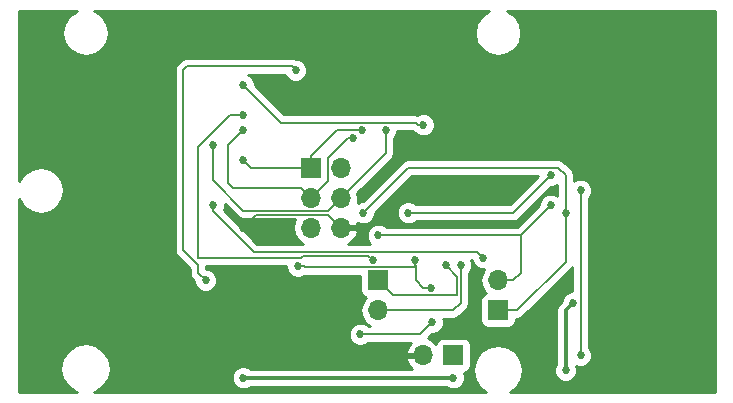
<source format=gbr>
G04 #@! TF.GenerationSoftware,KiCad,Pcbnew,(5.1.0)-1*
G04 #@! TF.CreationDate,2019-05-24T17:14:50-04:00*
G04 #@! TF.ProjectId,PicoTracker1Rev2,5069636f-5472-4616-936b-657231526576,rev?*
G04 #@! TF.SameCoordinates,Original*
G04 #@! TF.FileFunction,Copper,L2,Bot*
G04 #@! TF.FilePolarity,Positive*
%FSLAX46Y46*%
G04 Gerber Fmt 4.6, Leading zero omitted, Abs format (unit mm)*
G04 Created by KiCad (PCBNEW (5.1.0)-1) date 2019-05-24 17:14:50*
%MOMM*%
%LPD*%
G04 APERTURE LIST*
%ADD10R,1.700000X1.700000*%
%ADD11O,1.700000X1.700000*%
%ADD12C,0.685800*%
%ADD13C,0.300000*%
%ADD14C,0.152400*%
%ADD15C,0.254000*%
G04 APERTURE END LIST*
D10*
X209550000Y-194310000D03*
D11*
X207010000Y-194310000D03*
D10*
X213360000Y-190500000D03*
D11*
X213360000Y-187960000D03*
D10*
X197485000Y-178435000D03*
D11*
X200025000Y-178435000D03*
X197485000Y-180975000D03*
X200025000Y-180975000D03*
X197485000Y-183515000D03*
X200025000Y-183515000D03*
D10*
X203200000Y-187960000D03*
D11*
X203200000Y-190500000D03*
D12*
X191770000Y-196215000D03*
X209550000Y-196215000D03*
X219710000Y-189865000D03*
X219075000Y-195580000D03*
X188595000Y-187960000D03*
X196215000Y-170180000D03*
X201930000Y-194310000D03*
X199390000Y-193675000D03*
X191770000Y-183515000D03*
X201676000Y-192532000D03*
X207772000Y-191516000D03*
X205740000Y-182245000D03*
X217805000Y-179070000D03*
X220345000Y-180340000D03*
X220345000Y-194310000D03*
X201843381Y-175196510D03*
X191770000Y-177800000D03*
X201106775Y-175909987D03*
X191770000Y-175260000D03*
X212090000Y-186055000D03*
X189230000Y-181610000D03*
X202795880Y-186283611D03*
X191770000Y-173990000D03*
X203835000Y-175260000D03*
X189230000Y-176530000D03*
X207022631Y-174794688D03*
X191770000Y-171450000D03*
X219075000Y-182245006D03*
X201940310Y-182245000D03*
X203200000Y-184150000D03*
X217805000Y-181610000D03*
X196412196Y-186760196D03*
X206296494Y-186283611D03*
X207645000Y-188595000D03*
X208915000Y-186690000D03*
X210185000Y-186690000D03*
D13*
X191770000Y-196215000D02*
X209550000Y-196215000D01*
X219075000Y-195580000D02*
X219075000Y-190500000D01*
X219075000Y-190500000D02*
X219710000Y-189865000D01*
D14*
X196215000Y-170180000D02*
X195872101Y-169837101D01*
X195872101Y-169837101D02*
X187032899Y-169837101D01*
X187032899Y-169837101D02*
X186690000Y-170180000D01*
X186690000Y-170180000D02*
X186690000Y-185420000D01*
X186690000Y-185420000D02*
X187960000Y-186690000D01*
X187960000Y-186690000D02*
X187960000Y-187325000D01*
X187960000Y-187325000D02*
X188595000Y-187960000D01*
D13*
X199390000Y-193675000D02*
X201295000Y-193675000D01*
X201295000Y-193675000D02*
X201930000Y-194310000D01*
D14*
X200025000Y-183515000D02*
X198946399Y-182436399D01*
X198946399Y-182436399D02*
X192848601Y-182436399D01*
X192848601Y-182436399D02*
X191770000Y-183515000D01*
X207772000Y-191516000D02*
X206756000Y-192532000D01*
X206756000Y-192532000D02*
X201676000Y-192532000D01*
X217805000Y-179070000D02*
X214630000Y-182245000D01*
X214630000Y-182245000D02*
X205740000Y-182245000D01*
X220345000Y-194310000D02*
X220345000Y-180340000D01*
X199721090Y-175196510D02*
X201843381Y-175196510D01*
X197485000Y-177432600D02*
X199721090Y-175196510D01*
X197485000Y-178435000D02*
X197485000Y-177432600D01*
X197485000Y-178435000D02*
X192405000Y-178435000D01*
X192405000Y-178435000D02*
X191770000Y-177800000D01*
X200621842Y-175909987D02*
X201106775Y-175909987D01*
X198946399Y-179513601D02*
X198946399Y-177585430D01*
X197485000Y-180975000D02*
X198946399Y-179513601D01*
X198946399Y-177585430D02*
X200621842Y-175909987D01*
X190500000Y-176530000D02*
X191770000Y-175260000D01*
X196635001Y-180125001D02*
X190920001Y-180125001D01*
X190920001Y-180125001D02*
X190500000Y-179705000D01*
X190500000Y-179705000D02*
X190500000Y-176530000D01*
X197485000Y-180975000D02*
X196635001Y-180125001D01*
X189230000Y-181610000D02*
X189230000Y-182094933D01*
X211594687Y-185559687D02*
X212090000Y-186055000D01*
X189230000Y-182094933D02*
X192694754Y-185559687D01*
X192694754Y-185559687D02*
X211594687Y-185559687D01*
X190650067Y-173990000D02*
X187960000Y-176680067D01*
X196639176Y-186055000D02*
X196829678Y-185864498D01*
X187960000Y-176680067D02*
X187960000Y-186055000D01*
X187960000Y-186055000D02*
X196639176Y-186055000D01*
X191770000Y-173990000D02*
X190650067Y-173990000D01*
X196829678Y-185864498D02*
X202376767Y-185864498D01*
X202376767Y-185864498D02*
X202795880Y-186283611D01*
X203835000Y-177165000D02*
X203835000Y-175260000D01*
X200025000Y-180975000D02*
X203835000Y-177165000D01*
X198946399Y-182053601D02*
X191789425Y-182053601D01*
X200025000Y-180975000D02*
X198946399Y-182053601D01*
X191789425Y-182053601D02*
X189230000Y-179494176D01*
X189230000Y-179494176D02*
X189230000Y-176530000D01*
X206368010Y-174625000D02*
X206537698Y-174794688D01*
X194945000Y-174625000D02*
X206368010Y-174625000D01*
X191770000Y-171450000D02*
X194945000Y-174625000D01*
X206537698Y-174794688D02*
X207022631Y-174794688D01*
X213360000Y-190500000D02*
X214956330Y-190500000D01*
X214956330Y-190500000D02*
X219075000Y-186381330D01*
X219075000Y-186381330D02*
X219075000Y-182245006D01*
X201940310Y-182245000D02*
X205750310Y-178435000D01*
X205750310Y-178435000D02*
X218440000Y-178435000D01*
X218440000Y-178435000D02*
X219075000Y-179070000D01*
X219075000Y-179070000D02*
X219075000Y-182245006D01*
X215265000Y-184150000D02*
X215265000Y-187325000D01*
X215265000Y-187325000D02*
X214630000Y-187960000D01*
X214630000Y-187960000D02*
X213360000Y-187960000D01*
X215265000Y-184150000D02*
X203200000Y-184150000D01*
X217805000Y-181610000D02*
X215265000Y-184150000D01*
X206375000Y-186690000D02*
X206209887Y-186855113D01*
X206209887Y-186855113D02*
X196992046Y-186855113D01*
X196992046Y-186855113D02*
X196897129Y-186760196D01*
X196897129Y-186760196D02*
X196412196Y-186760196D01*
X206354403Y-186690000D02*
X206296494Y-186632091D01*
X206375000Y-186690000D02*
X206354403Y-186690000D01*
X206296494Y-186632091D02*
X206296494Y-186283611D01*
X206375000Y-187960000D02*
X207010000Y-188595000D01*
X207010000Y-188595000D02*
X207645000Y-188595000D01*
X206375000Y-186690000D02*
X206375000Y-187960000D01*
X209880189Y-187655189D02*
X208915000Y-186690000D01*
X209880189Y-189230000D02*
X209880189Y-187655189D01*
X204470000Y-189230000D02*
X209880189Y-189230000D01*
X203200000Y-187960000D02*
X204470000Y-189230000D01*
X210185000Y-186690000D02*
X210185000Y-189865000D01*
X210185000Y-189865000D02*
X209550000Y-190500000D01*
X209550000Y-190500000D02*
X203200000Y-190500000D01*
D15*
G36*
X177677287Y-165175719D02*
G01*
X177034929Y-165604929D01*
X176605719Y-166247287D01*
X176455000Y-167005000D01*
X176605719Y-167762713D01*
X177034929Y-168405071D01*
X177677287Y-168834281D01*
X178435000Y-168985000D01*
X179192713Y-168834281D01*
X179835071Y-168405071D01*
X180264281Y-167762713D01*
X180415000Y-167005000D01*
X180264281Y-166247287D01*
X179835071Y-165604929D01*
X179192713Y-165175719D01*
X179189098Y-165175000D01*
X212605902Y-165175000D01*
X212602287Y-165175719D01*
X211959929Y-165604929D01*
X211530719Y-166247287D01*
X211380000Y-167005000D01*
X211530719Y-167762713D01*
X211959929Y-168405071D01*
X212602287Y-168834281D01*
X213360000Y-168985000D01*
X214117713Y-168834281D01*
X214760071Y-168405071D01*
X215189281Y-167762713D01*
X215340000Y-167005000D01*
X215189281Y-166247287D01*
X214760071Y-165604929D01*
X214117713Y-165175719D01*
X214114098Y-165175000D01*
X231700000Y-165175000D01*
X231700000Y-197410000D01*
X214381272Y-197410000D01*
X214866069Y-197086069D01*
X215327774Y-196395079D01*
X215489903Y-195580000D01*
X215327774Y-194764921D01*
X214866069Y-194073931D01*
X214175079Y-193612226D01*
X213360000Y-193450097D01*
X212544921Y-193612226D01*
X211853931Y-194073931D01*
X211392226Y-194764921D01*
X211230097Y-195580000D01*
X211392226Y-196395079D01*
X211853931Y-197086069D01*
X212338728Y-197410000D01*
X179189102Y-197410000D01*
X179250079Y-197397871D01*
X179941069Y-196936166D01*
X180402774Y-196245176D01*
X180564903Y-195430097D01*
X180402774Y-194615018D01*
X179941069Y-193924028D01*
X179250079Y-193462323D01*
X178435000Y-193300194D01*
X177619921Y-193462323D01*
X176928931Y-193924028D01*
X176467226Y-194615018D01*
X176305097Y-195430097D01*
X176467226Y-196245176D01*
X176928931Y-196936166D01*
X177619921Y-197397871D01*
X177680898Y-197410000D01*
X172795000Y-197410000D01*
X172795000Y-181094098D01*
X172795719Y-181097713D01*
X173224929Y-181740071D01*
X173867287Y-182169281D01*
X174625000Y-182320000D01*
X175382713Y-182169281D01*
X176025071Y-181740071D01*
X176454281Y-181097713D01*
X176605000Y-180340000D01*
X176454281Y-179582287D01*
X176025071Y-178939929D01*
X175382713Y-178510719D01*
X174625000Y-178360000D01*
X173867287Y-178510719D01*
X173224929Y-178939929D01*
X172795719Y-179582287D01*
X172795000Y-179585902D01*
X172795000Y-170180000D01*
X185978800Y-170180000D01*
X185978800Y-185420000D01*
X186032937Y-185692165D01*
X186187106Y-185922894D01*
X187248800Y-186984589D01*
X187248800Y-187325000D01*
X187302937Y-187597165D01*
X187457106Y-187827894D01*
X187617075Y-187987864D01*
X187616931Y-188153663D01*
X187765493Y-188513212D01*
X188040341Y-188788540D01*
X188399630Y-188937730D01*
X188788663Y-188938069D01*
X189148212Y-188789507D01*
X189423540Y-188514659D01*
X189572730Y-188155370D01*
X189573069Y-187766337D01*
X189424507Y-187406788D01*
X189149659Y-187131460D01*
X188790370Y-186982270D01*
X188671200Y-186982166D01*
X188671200Y-186766200D01*
X195434291Y-186766200D01*
X195434127Y-186953859D01*
X195582689Y-187313408D01*
X195857537Y-187588736D01*
X196216826Y-187737926D01*
X196605859Y-187738265D01*
X196965408Y-187589703D01*
X196989372Y-187565781D01*
X196992046Y-187566313D01*
X201702560Y-187566313D01*
X201702560Y-188810000D01*
X201746838Y-189045317D01*
X201885910Y-189261441D01*
X202098110Y-189406431D01*
X202165541Y-189420086D01*
X202120853Y-189449946D01*
X201798946Y-189931715D01*
X201685907Y-190500000D01*
X201798946Y-191068285D01*
X202120853Y-191550054D01*
X202526054Y-191820800D01*
X202347794Y-191820800D01*
X202230659Y-191703460D01*
X201871370Y-191554270D01*
X201482337Y-191553931D01*
X201122788Y-191702493D01*
X200847460Y-191977341D01*
X200698270Y-192336630D01*
X200697931Y-192725663D01*
X200846493Y-193085212D01*
X201121341Y-193360540D01*
X201480630Y-193509730D01*
X201869663Y-193510069D01*
X202229212Y-193361507D01*
X202347726Y-193243200D01*
X206018301Y-193243200D01*
X205814817Y-193428642D01*
X205568514Y-193953108D01*
X205689181Y-194183000D01*
X206883000Y-194183000D01*
X206883000Y-194163000D01*
X207137000Y-194163000D01*
X207137000Y-194183000D01*
X207157000Y-194183000D01*
X207157000Y-194437000D01*
X207137000Y-194437000D01*
X207137000Y-194457000D01*
X206883000Y-194457000D01*
X206883000Y-194437000D01*
X205689181Y-194437000D01*
X205568514Y-194666892D01*
X205814817Y-195191358D01*
X206076677Y-195430000D01*
X192368123Y-195430000D01*
X192324659Y-195386460D01*
X191965370Y-195237270D01*
X191576337Y-195236931D01*
X191216788Y-195385493D01*
X190941460Y-195660341D01*
X190792270Y-196019630D01*
X190791931Y-196408663D01*
X190940493Y-196768212D01*
X191215341Y-197043540D01*
X191574630Y-197192730D01*
X191963663Y-197193069D01*
X192323212Y-197044507D01*
X192367797Y-197000000D01*
X208951877Y-197000000D01*
X208995341Y-197043540D01*
X209354630Y-197192730D01*
X209743663Y-197193069D01*
X210103212Y-197044507D01*
X210378540Y-196769659D01*
X210527730Y-196410370D01*
X210528069Y-196021337D01*
X210436826Y-195800511D01*
X210635317Y-195763162D01*
X210851441Y-195624090D01*
X210996431Y-195411890D01*
X211047440Y-195160000D01*
X211047440Y-193460000D01*
X211003162Y-193224683D01*
X210864090Y-193008559D01*
X210651890Y-192863569D01*
X210400000Y-192812560D01*
X208700000Y-192812560D01*
X208464683Y-192856838D01*
X208248559Y-192995910D01*
X208103569Y-193208110D01*
X208081699Y-193316107D01*
X207776924Y-193038355D01*
X207408167Y-192885621D01*
X207799863Y-192493925D01*
X207965663Y-192494069D01*
X208325212Y-192345507D01*
X208600540Y-192070659D01*
X208749730Y-191711370D01*
X208750069Y-191322337D01*
X208704148Y-191211200D01*
X209550000Y-191211200D01*
X209822165Y-191157063D01*
X210052894Y-191002894D01*
X210687895Y-190367894D01*
X210842063Y-190137164D01*
X210896200Y-189865000D01*
X210896200Y-187361794D01*
X211013540Y-187244659D01*
X211162730Y-186885370D01*
X211163069Y-186496337D01*
X211069915Y-186270887D01*
X211121114Y-186270887D01*
X211260493Y-186608212D01*
X211535341Y-186883540D01*
X211894630Y-187032730D01*
X212198635Y-187032995D01*
X211958946Y-187391715D01*
X211845907Y-187960000D01*
X211958946Y-188528285D01*
X212280853Y-189010054D01*
X212322452Y-189037850D01*
X212274683Y-189046838D01*
X212058559Y-189185910D01*
X211913569Y-189398110D01*
X211862560Y-189650000D01*
X211862560Y-191350000D01*
X211906838Y-191585317D01*
X212045910Y-191801441D01*
X212258110Y-191946431D01*
X212510000Y-191997440D01*
X214210000Y-191997440D01*
X214445317Y-191953162D01*
X214661441Y-191814090D01*
X214806431Y-191601890D01*
X214857440Y-191350000D01*
X214857440Y-191211200D01*
X214956330Y-191211200D01*
X215228495Y-191157063D01*
X215459224Y-191002894D01*
X219577894Y-186884224D01*
X219633800Y-186800555D01*
X219633800Y-188887033D01*
X219516337Y-188886931D01*
X219156788Y-189035493D01*
X218881460Y-189310341D01*
X218732270Y-189669630D01*
X218732215Y-189732627D01*
X218519921Y-189944921D01*
X218349755Y-190199593D01*
X218349755Y-190199594D01*
X218290000Y-190500000D01*
X218290000Y-194981877D01*
X218246460Y-195025341D01*
X218097270Y-195384630D01*
X218096931Y-195773663D01*
X218245493Y-196133212D01*
X218520341Y-196408540D01*
X218879630Y-196557730D01*
X219268663Y-196558069D01*
X219628212Y-196409507D01*
X219903540Y-196134659D01*
X220052730Y-195775370D01*
X220053069Y-195386337D01*
X219983889Y-195218908D01*
X220149630Y-195287730D01*
X220538663Y-195288069D01*
X220898212Y-195139507D01*
X221173540Y-194864659D01*
X221322730Y-194505370D01*
X221323069Y-194116337D01*
X221174507Y-193756788D01*
X221056200Y-193638274D01*
X221056200Y-181011794D01*
X221173540Y-180894659D01*
X221322730Y-180535370D01*
X221323069Y-180146337D01*
X221174507Y-179786788D01*
X220899659Y-179511460D01*
X220540370Y-179362270D01*
X220151337Y-179361931D01*
X219791788Y-179510493D01*
X219786200Y-179516071D01*
X219786200Y-179070000D01*
X219732063Y-178797836D01*
X219671478Y-178707164D01*
X219577895Y-178567106D01*
X218942894Y-177932106D01*
X218712165Y-177777937D01*
X218440000Y-177723800D01*
X205750310Y-177723800D01*
X205478146Y-177777937D01*
X205247416Y-177932105D01*
X201912446Y-181267075D01*
X201746647Y-181266931D01*
X201457238Y-181386512D01*
X201539093Y-180975000D01*
X201454760Y-180551028D01*
X204337895Y-177667894D01*
X204492063Y-177437164D01*
X204546200Y-177165000D01*
X204546200Y-175931794D01*
X204663540Y-175814659D01*
X204812730Y-175455370D01*
X204812834Y-175336200D01*
X206092600Y-175336200D01*
X206265533Y-175451751D01*
X206304539Y-175459510D01*
X206467972Y-175623228D01*
X206827261Y-175772418D01*
X207216294Y-175772757D01*
X207575843Y-175624195D01*
X207851171Y-175349347D01*
X208000361Y-174990058D01*
X208000700Y-174601025D01*
X207852138Y-174241476D01*
X207577290Y-173966148D01*
X207218001Y-173816958D01*
X206828968Y-173816619D01*
X206520406Y-173944114D01*
X206368010Y-173913800D01*
X195239588Y-173913800D01*
X192747925Y-171422137D01*
X192748069Y-171256337D01*
X192599507Y-170896788D01*
X192324659Y-170621460D01*
X192148473Y-170548301D01*
X195309090Y-170548301D01*
X195385493Y-170733212D01*
X195660341Y-171008540D01*
X196019630Y-171157730D01*
X196408663Y-171158069D01*
X196768212Y-171009507D01*
X197043540Y-170734659D01*
X197192730Y-170375370D01*
X197193069Y-169986337D01*
X197044507Y-169626788D01*
X196769659Y-169351460D01*
X196410370Y-169202270D01*
X196177234Y-169202067D01*
X196144266Y-169180038D01*
X195872101Y-169125901D01*
X187032899Y-169125901D01*
X186760735Y-169180038D01*
X186684173Y-169231195D01*
X186530004Y-169334207D01*
X186187106Y-169677106D01*
X186032937Y-169907835D01*
X186032937Y-169907836D01*
X185978800Y-170180000D01*
X172795000Y-170180000D01*
X172795000Y-165175000D01*
X177680902Y-165175000D01*
X177677287Y-165175719D01*
X177677287Y-165175719D01*
G37*
X177677287Y-165175719D02*
X177034929Y-165604929D01*
X176605719Y-166247287D01*
X176455000Y-167005000D01*
X176605719Y-167762713D01*
X177034929Y-168405071D01*
X177677287Y-168834281D01*
X178435000Y-168985000D01*
X179192713Y-168834281D01*
X179835071Y-168405071D01*
X180264281Y-167762713D01*
X180415000Y-167005000D01*
X180264281Y-166247287D01*
X179835071Y-165604929D01*
X179192713Y-165175719D01*
X179189098Y-165175000D01*
X212605902Y-165175000D01*
X212602287Y-165175719D01*
X211959929Y-165604929D01*
X211530719Y-166247287D01*
X211380000Y-167005000D01*
X211530719Y-167762713D01*
X211959929Y-168405071D01*
X212602287Y-168834281D01*
X213360000Y-168985000D01*
X214117713Y-168834281D01*
X214760071Y-168405071D01*
X215189281Y-167762713D01*
X215340000Y-167005000D01*
X215189281Y-166247287D01*
X214760071Y-165604929D01*
X214117713Y-165175719D01*
X214114098Y-165175000D01*
X231700000Y-165175000D01*
X231700000Y-197410000D01*
X214381272Y-197410000D01*
X214866069Y-197086069D01*
X215327774Y-196395079D01*
X215489903Y-195580000D01*
X215327774Y-194764921D01*
X214866069Y-194073931D01*
X214175079Y-193612226D01*
X213360000Y-193450097D01*
X212544921Y-193612226D01*
X211853931Y-194073931D01*
X211392226Y-194764921D01*
X211230097Y-195580000D01*
X211392226Y-196395079D01*
X211853931Y-197086069D01*
X212338728Y-197410000D01*
X179189102Y-197410000D01*
X179250079Y-197397871D01*
X179941069Y-196936166D01*
X180402774Y-196245176D01*
X180564903Y-195430097D01*
X180402774Y-194615018D01*
X179941069Y-193924028D01*
X179250079Y-193462323D01*
X178435000Y-193300194D01*
X177619921Y-193462323D01*
X176928931Y-193924028D01*
X176467226Y-194615018D01*
X176305097Y-195430097D01*
X176467226Y-196245176D01*
X176928931Y-196936166D01*
X177619921Y-197397871D01*
X177680898Y-197410000D01*
X172795000Y-197410000D01*
X172795000Y-181094098D01*
X172795719Y-181097713D01*
X173224929Y-181740071D01*
X173867287Y-182169281D01*
X174625000Y-182320000D01*
X175382713Y-182169281D01*
X176025071Y-181740071D01*
X176454281Y-181097713D01*
X176605000Y-180340000D01*
X176454281Y-179582287D01*
X176025071Y-178939929D01*
X175382713Y-178510719D01*
X174625000Y-178360000D01*
X173867287Y-178510719D01*
X173224929Y-178939929D01*
X172795719Y-179582287D01*
X172795000Y-179585902D01*
X172795000Y-170180000D01*
X185978800Y-170180000D01*
X185978800Y-185420000D01*
X186032937Y-185692165D01*
X186187106Y-185922894D01*
X187248800Y-186984589D01*
X187248800Y-187325000D01*
X187302937Y-187597165D01*
X187457106Y-187827894D01*
X187617075Y-187987864D01*
X187616931Y-188153663D01*
X187765493Y-188513212D01*
X188040341Y-188788540D01*
X188399630Y-188937730D01*
X188788663Y-188938069D01*
X189148212Y-188789507D01*
X189423540Y-188514659D01*
X189572730Y-188155370D01*
X189573069Y-187766337D01*
X189424507Y-187406788D01*
X189149659Y-187131460D01*
X188790370Y-186982270D01*
X188671200Y-186982166D01*
X188671200Y-186766200D01*
X195434291Y-186766200D01*
X195434127Y-186953859D01*
X195582689Y-187313408D01*
X195857537Y-187588736D01*
X196216826Y-187737926D01*
X196605859Y-187738265D01*
X196965408Y-187589703D01*
X196989372Y-187565781D01*
X196992046Y-187566313D01*
X201702560Y-187566313D01*
X201702560Y-188810000D01*
X201746838Y-189045317D01*
X201885910Y-189261441D01*
X202098110Y-189406431D01*
X202165541Y-189420086D01*
X202120853Y-189449946D01*
X201798946Y-189931715D01*
X201685907Y-190500000D01*
X201798946Y-191068285D01*
X202120853Y-191550054D01*
X202526054Y-191820800D01*
X202347794Y-191820800D01*
X202230659Y-191703460D01*
X201871370Y-191554270D01*
X201482337Y-191553931D01*
X201122788Y-191702493D01*
X200847460Y-191977341D01*
X200698270Y-192336630D01*
X200697931Y-192725663D01*
X200846493Y-193085212D01*
X201121341Y-193360540D01*
X201480630Y-193509730D01*
X201869663Y-193510069D01*
X202229212Y-193361507D01*
X202347726Y-193243200D01*
X206018301Y-193243200D01*
X205814817Y-193428642D01*
X205568514Y-193953108D01*
X205689181Y-194183000D01*
X206883000Y-194183000D01*
X206883000Y-194163000D01*
X207137000Y-194163000D01*
X207137000Y-194183000D01*
X207157000Y-194183000D01*
X207157000Y-194437000D01*
X207137000Y-194437000D01*
X207137000Y-194457000D01*
X206883000Y-194457000D01*
X206883000Y-194437000D01*
X205689181Y-194437000D01*
X205568514Y-194666892D01*
X205814817Y-195191358D01*
X206076677Y-195430000D01*
X192368123Y-195430000D01*
X192324659Y-195386460D01*
X191965370Y-195237270D01*
X191576337Y-195236931D01*
X191216788Y-195385493D01*
X190941460Y-195660341D01*
X190792270Y-196019630D01*
X190791931Y-196408663D01*
X190940493Y-196768212D01*
X191215341Y-197043540D01*
X191574630Y-197192730D01*
X191963663Y-197193069D01*
X192323212Y-197044507D01*
X192367797Y-197000000D01*
X208951877Y-197000000D01*
X208995341Y-197043540D01*
X209354630Y-197192730D01*
X209743663Y-197193069D01*
X210103212Y-197044507D01*
X210378540Y-196769659D01*
X210527730Y-196410370D01*
X210528069Y-196021337D01*
X210436826Y-195800511D01*
X210635317Y-195763162D01*
X210851441Y-195624090D01*
X210996431Y-195411890D01*
X211047440Y-195160000D01*
X211047440Y-193460000D01*
X211003162Y-193224683D01*
X210864090Y-193008559D01*
X210651890Y-192863569D01*
X210400000Y-192812560D01*
X208700000Y-192812560D01*
X208464683Y-192856838D01*
X208248559Y-192995910D01*
X208103569Y-193208110D01*
X208081699Y-193316107D01*
X207776924Y-193038355D01*
X207408167Y-192885621D01*
X207799863Y-192493925D01*
X207965663Y-192494069D01*
X208325212Y-192345507D01*
X208600540Y-192070659D01*
X208749730Y-191711370D01*
X208750069Y-191322337D01*
X208704148Y-191211200D01*
X209550000Y-191211200D01*
X209822165Y-191157063D01*
X210052894Y-191002894D01*
X210687895Y-190367894D01*
X210842063Y-190137164D01*
X210896200Y-189865000D01*
X210896200Y-187361794D01*
X211013540Y-187244659D01*
X211162730Y-186885370D01*
X211163069Y-186496337D01*
X211069915Y-186270887D01*
X211121114Y-186270887D01*
X211260493Y-186608212D01*
X211535341Y-186883540D01*
X211894630Y-187032730D01*
X212198635Y-187032995D01*
X211958946Y-187391715D01*
X211845907Y-187960000D01*
X211958946Y-188528285D01*
X212280853Y-189010054D01*
X212322452Y-189037850D01*
X212274683Y-189046838D01*
X212058559Y-189185910D01*
X211913569Y-189398110D01*
X211862560Y-189650000D01*
X211862560Y-191350000D01*
X211906838Y-191585317D01*
X212045910Y-191801441D01*
X212258110Y-191946431D01*
X212510000Y-191997440D01*
X214210000Y-191997440D01*
X214445317Y-191953162D01*
X214661441Y-191814090D01*
X214806431Y-191601890D01*
X214857440Y-191350000D01*
X214857440Y-191211200D01*
X214956330Y-191211200D01*
X215228495Y-191157063D01*
X215459224Y-191002894D01*
X219577894Y-186884224D01*
X219633800Y-186800555D01*
X219633800Y-188887033D01*
X219516337Y-188886931D01*
X219156788Y-189035493D01*
X218881460Y-189310341D01*
X218732270Y-189669630D01*
X218732215Y-189732627D01*
X218519921Y-189944921D01*
X218349755Y-190199593D01*
X218349755Y-190199594D01*
X218290000Y-190500000D01*
X218290000Y-194981877D01*
X218246460Y-195025341D01*
X218097270Y-195384630D01*
X218096931Y-195773663D01*
X218245493Y-196133212D01*
X218520341Y-196408540D01*
X218879630Y-196557730D01*
X219268663Y-196558069D01*
X219628212Y-196409507D01*
X219903540Y-196134659D01*
X220052730Y-195775370D01*
X220053069Y-195386337D01*
X219983889Y-195218908D01*
X220149630Y-195287730D01*
X220538663Y-195288069D01*
X220898212Y-195139507D01*
X221173540Y-194864659D01*
X221322730Y-194505370D01*
X221323069Y-194116337D01*
X221174507Y-193756788D01*
X221056200Y-193638274D01*
X221056200Y-181011794D01*
X221173540Y-180894659D01*
X221322730Y-180535370D01*
X221323069Y-180146337D01*
X221174507Y-179786788D01*
X220899659Y-179511460D01*
X220540370Y-179362270D01*
X220151337Y-179361931D01*
X219791788Y-179510493D01*
X219786200Y-179516071D01*
X219786200Y-179070000D01*
X219732063Y-178797836D01*
X219671478Y-178707164D01*
X219577895Y-178567106D01*
X218942894Y-177932106D01*
X218712165Y-177777937D01*
X218440000Y-177723800D01*
X205750310Y-177723800D01*
X205478146Y-177777937D01*
X205247416Y-177932105D01*
X201912446Y-181267075D01*
X201746647Y-181266931D01*
X201457238Y-181386512D01*
X201539093Y-180975000D01*
X201454760Y-180551028D01*
X204337895Y-177667894D01*
X204492063Y-177437164D01*
X204546200Y-177165000D01*
X204546200Y-175931794D01*
X204663540Y-175814659D01*
X204812730Y-175455370D01*
X204812834Y-175336200D01*
X206092600Y-175336200D01*
X206265533Y-175451751D01*
X206304539Y-175459510D01*
X206467972Y-175623228D01*
X206827261Y-175772418D01*
X207216294Y-175772757D01*
X207575843Y-175624195D01*
X207851171Y-175349347D01*
X208000361Y-174990058D01*
X208000700Y-174601025D01*
X207852138Y-174241476D01*
X207577290Y-173966148D01*
X207218001Y-173816958D01*
X206828968Y-173816619D01*
X206520406Y-173944114D01*
X206368010Y-173913800D01*
X195239588Y-173913800D01*
X192747925Y-171422137D01*
X192748069Y-171256337D01*
X192599507Y-170896788D01*
X192324659Y-170621460D01*
X192148473Y-170548301D01*
X195309090Y-170548301D01*
X195385493Y-170733212D01*
X195660341Y-171008540D01*
X196019630Y-171157730D01*
X196408663Y-171158069D01*
X196768212Y-171009507D01*
X197043540Y-170734659D01*
X197192730Y-170375370D01*
X197193069Y-169986337D01*
X197044507Y-169626788D01*
X196769659Y-169351460D01*
X196410370Y-169202270D01*
X196177234Y-169202067D01*
X196144266Y-169180038D01*
X195872101Y-169125901D01*
X187032899Y-169125901D01*
X186760735Y-169180038D01*
X186684173Y-169231195D01*
X186530004Y-169334207D01*
X186187106Y-169677106D01*
X186032937Y-169907835D01*
X186032937Y-169907836D01*
X185978800Y-170180000D01*
X172795000Y-170180000D01*
X172795000Y-165175000D01*
X177680902Y-165175000D01*
X177677287Y-165175719D01*
G36*
X214335412Y-181533800D02*
G01*
X206411794Y-181533800D01*
X206294659Y-181416460D01*
X205935370Y-181267270D01*
X205546337Y-181266931D01*
X205186788Y-181415493D01*
X204911460Y-181690341D01*
X204762270Y-182049630D01*
X204761931Y-182438663D01*
X204910493Y-182798212D01*
X205185341Y-183073540D01*
X205544630Y-183222730D01*
X205933663Y-183223069D01*
X206293212Y-183074507D01*
X206411726Y-182956200D01*
X214630000Y-182956200D01*
X214902165Y-182902063D01*
X215132894Y-182747894D01*
X217832863Y-180047925D01*
X217998663Y-180048069D01*
X218358212Y-179899507D01*
X218363800Y-179893929D01*
X218363800Y-180785608D01*
X218359659Y-180781460D01*
X218000370Y-180632270D01*
X217611337Y-180631931D01*
X217251788Y-180780493D01*
X216976460Y-181055341D01*
X216827270Y-181414630D01*
X216827124Y-181582087D01*
X214970412Y-183438800D01*
X203871794Y-183438800D01*
X203754659Y-183321460D01*
X203395370Y-183172270D01*
X203006337Y-183171931D01*
X202646788Y-183320493D01*
X202371460Y-183595341D01*
X202222270Y-183954630D01*
X202221931Y-184343663D01*
X202370493Y-184703212D01*
X202515515Y-184848487D01*
X200611860Y-184848487D01*
X200906358Y-184710183D01*
X201296645Y-184281924D01*
X201466476Y-183871890D01*
X201345155Y-183642000D01*
X200152000Y-183642000D01*
X200152000Y-183662000D01*
X199898000Y-183662000D01*
X199898000Y-183642000D01*
X199878000Y-183642000D01*
X199878000Y-183388000D01*
X199898000Y-183388000D01*
X199898000Y-183368000D01*
X200152000Y-183368000D01*
X200152000Y-183388000D01*
X201345155Y-183388000D01*
X201466476Y-183158110D01*
X201440961Y-183096507D01*
X201744940Y-183222730D01*
X202133973Y-183223069D01*
X202493522Y-183074507D01*
X202768850Y-182799659D01*
X202918040Y-182440370D01*
X202918186Y-182272912D01*
X206044899Y-179146200D01*
X216723012Y-179146200D01*
X214335412Y-181533800D01*
X214335412Y-181533800D01*
G37*
X214335412Y-181533800D02*
X206411794Y-181533800D01*
X206294659Y-181416460D01*
X205935370Y-181267270D01*
X205546337Y-181266931D01*
X205186788Y-181415493D01*
X204911460Y-181690341D01*
X204762270Y-182049630D01*
X204761931Y-182438663D01*
X204910493Y-182798212D01*
X205185341Y-183073540D01*
X205544630Y-183222730D01*
X205933663Y-183223069D01*
X206293212Y-183074507D01*
X206411726Y-182956200D01*
X214630000Y-182956200D01*
X214902165Y-182902063D01*
X215132894Y-182747894D01*
X217832863Y-180047925D01*
X217998663Y-180048069D01*
X218358212Y-179899507D01*
X218363800Y-179893929D01*
X218363800Y-180785608D01*
X218359659Y-180781460D01*
X218000370Y-180632270D01*
X217611337Y-180631931D01*
X217251788Y-180780493D01*
X216976460Y-181055341D01*
X216827270Y-181414630D01*
X216827124Y-181582087D01*
X214970412Y-183438800D01*
X203871794Y-183438800D01*
X203754659Y-183321460D01*
X203395370Y-183172270D01*
X203006337Y-183171931D01*
X202646788Y-183320493D01*
X202371460Y-183595341D01*
X202222270Y-183954630D01*
X202221931Y-184343663D01*
X202370493Y-184703212D01*
X202515515Y-184848487D01*
X200611860Y-184848487D01*
X200906358Y-184710183D01*
X201296645Y-184281924D01*
X201466476Y-183871890D01*
X201345155Y-183642000D01*
X200152000Y-183642000D01*
X200152000Y-183662000D01*
X199898000Y-183662000D01*
X199898000Y-183642000D01*
X199878000Y-183642000D01*
X199878000Y-183388000D01*
X199898000Y-183388000D01*
X199898000Y-183368000D01*
X200152000Y-183368000D01*
X200152000Y-183388000D01*
X201345155Y-183388000D01*
X201466476Y-183158110D01*
X201440961Y-183096507D01*
X201744940Y-183222730D01*
X202133973Y-183223069D01*
X202493522Y-183074507D01*
X202768850Y-182799659D01*
X202918040Y-182440370D01*
X202918186Y-182272912D01*
X206044899Y-179146200D01*
X216723012Y-179146200D01*
X214335412Y-181533800D01*
G36*
X191286531Y-182556496D02*
G01*
X191517261Y-182710664D01*
X191789425Y-182764801D01*
X196205497Y-182764801D01*
X196083946Y-182946715D01*
X195970907Y-183515000D01*
X196083946Y-184083285D01*
X196405853Y-184565054D01*
X196830041Y-184848487D01*
X192989342Y-184848487D01*
X190131003Y-181990148D01*
X190207730Y-181805370D01*
X190208015Y-181477980D01*
X191286531Y-182556496D01*
X191286531Y-182556496D01*
G37*
X191286531Y-182556496D02*
X191517261Y-182710664D01*
X191789425Y-182764801D01*
X196205497Y-182764801D01*
X196083946Y-182946715D01*
X195970907Y-183515000D01*
X196083946Y-184083285D01*
X196405853Y-184565054D01*
X196830041Y-184848487D01*
X192989342Y-184848487D01*
X190131003Y-181990148D01*
X190207730Y-181805370D01*
X190208015Y-181477980D01*
X191286531Y-182556496D01*
M02*

</source>
